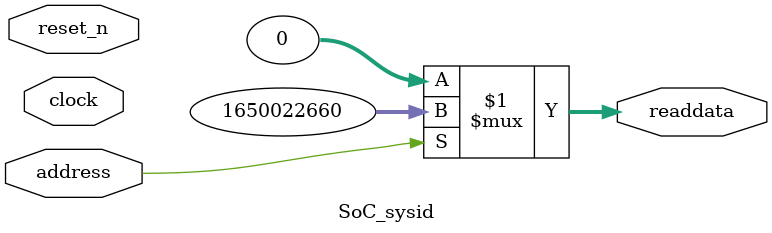
<source format=v>

`timescale 1ns / 1ps
// synthesis translate_on

// turn off superfluous verilog processor warnings 
// altera message_level Level1 
// altera message_off 10034 10035 10036 10037 10230 10240 10030 

module SoC_sysid (
               // inputs:
                address,
                clock,
                reset_n,

               // outputs:
                readdata
             )
;

  output  [ 31: 0] readdata;
  input            address;
  input            clock;
  input            reset_n;

  wire    [ 31: 0] readdata;
  //control_slave, which is an e_avalon_slave
  assign readdata = address ? 1650022660 : 0;

endmodule




</source>
